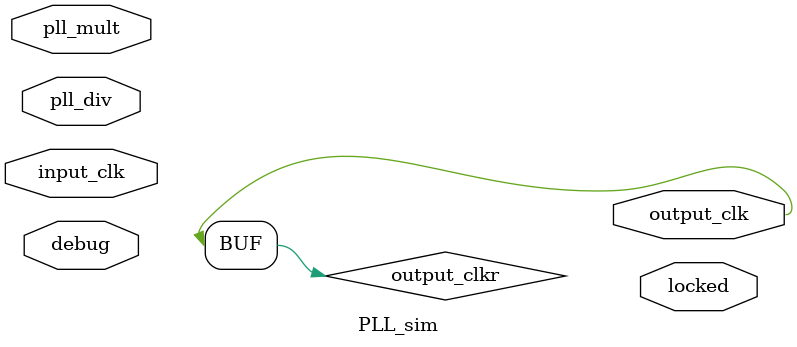
<source format=v>
/*
 * This file can be included inside any verilog module wanting to simulate
 * a PLL.
 */

module PLL_sim
    #( parameter PLL_NAME="PLL_sim"
     )
 (input      input_clk,
  output     output_clk,
  input [31:0] pll_mult,
  input [31:0] pll_div,
  output     locked,
  input debug);


`ifndef verilator

 reg output_clkr; // driven in testbench for now.
 assign output_clk=output_clkr;

`else
   /* verilator lint_off width */
   reg [63:0] pll_name = PLL_NAME;
   /* verilator lint_on width */
   reg x,y; // so they don't get optimized out
   reg [31:0] m_s, d_s;
   wire reset = pll_mult != m_s || pll_div != d_s; 
   always @(posedge input_clk) begin
      m_s <= pll_mult;
      d_s <= pll_div;
      x=$c("m_PLL->posedge(", debug, ",", reset, ",", pll_name, ")");
      y=$c("m_PLL->locked()" );
   end
   assign output_clk = $c("m_PLL->clkFX (", input_clk, ",", pll_mult, ",", pll_div, ",", debug, ",", pll_name, ")" );
   assign locked = y; 

`systemc_header
#ifndef __PLL_H__
#define __PLL_H__

#include <vpi_user.h>

extern unsigned int main_time;

#define LOCK_COUNT 5 

class t_PLL
  {

 private:
   int m_posedge2;
   int m_posedge1;        
   bool m_locked;
   int m_T;

   int m_cnt;
   int m_fail;
   int m_delta1;
   int m_dT;

 public:
  // CONSTRUCTORS
   t_PLL()
   {
    //printf ( "PLL %p created\n", this );
    m_posedge2 = m_posedge1 = m_locked = 0;
    m_T = 10;
    m_cnt = m_delta1 = m_fail = 0;

    }
  
  ~t_PLL() {
  }

  inline bool locked() { 
    return m_locked;
  }

  inline bool unlock() {
    m_cnt = 0;
    m_fail = 0;
    m_locked=0;
  }

  inline const char* pll_name (int64_t pn) {
    //vpiHandle h = vpi_handle_by_name((PLI_BYTE8*)"PLL_NAME", NULL);
    //s_vpi_value v;
    //v.format = vpiStringVal;
    //vpi_get_value(h,&v); 
    //return strdup(v.value.str); 
    //printf ( "ull val: %llu\n", pn ); 
    char chars[9];
    chars[8]=0;
    int pos=8;
    while (pn>0 && pos>0) {
       chars[--pos] = pn&0xff; 
       pn >>= 8;
    }
    return strdup(chars+pos);
    //return "test";
  }
  
  inline bool posedge(int32_t debug, bool reset, int64_t pn ) {
    m_posedge1 = m_posedge2;
    m_posedge2 = main_time;
    int delta = m_posedge2-m_posedge1;

    if (reset) {
        unlock();
    }

    if (m_cnt<LOCK_COUNT) {
       if (delta == m_delta1) {
         ++m_cnt;
       } else {
         ++m_fail; 

         if (debug && (m_fail % 100==0))  printf ( "PLL %s fail to lock delta1=%d delta=%d\n", pll_name(pn), m_delta1, delta );
       }
    } else {
       if (m_delta1 != delta) {
          m_locked=false;
          m_cnt=0;
          printf ( "PLL %s clock change detected unlocking.\n", pll_name(pn)); 
       } else {
          m_locked=true;
          m_T=delta;
          m_fail=0;
       }
    }

    m_delta1=delta;

    return true;

  }

  inline bool clkFX(bool x, int32_t m, int32_t d, int32_t debug, int64_t pn) {
    if ( !m || !d || !m_locked || !m_T) { return false; }
    bool clko;
    int dT = round((double)m_T*d / 2 / m);
    if (m_cnt==LOCK_COUNT) {
        int mod = (m_T * d) % (2*m);
        ++m_cnt;
        if ( mod ) {
            printf ( "FAIL PLL %s not integer divisible by m/d m_T=%d div=%d m=%d rounded d_T=%d\n", pll_name(pn), m_T, d, m, dT ); 
        } else {
            printf ( "SUCCESS PLL %s m_T=%d * d=%d / 2 / m=%d = dT=%d\n", pll_name(pn), m_T, d, m, dT );
        }
        m_dT = dT;
    } else if (m_cnt > LOCK_COUNT && m_dT != dT) {
        unlock(); 
    }
    if (!dT) return false;
    clko = ((main_time-1) / dT) % 2 == 0; 
    return clko;
  }

};
#endif

`systemc_interface
   t_PLL* m_PLL;        // Pointer to object we are embedding
`systemc_ctor
   m_PLL = new t_PLL(); // Construct contained object
`systemc_dtor
   delete m_PLL;    // Destruct contained object
`verilog
`endif
   
endmodule

</source>
